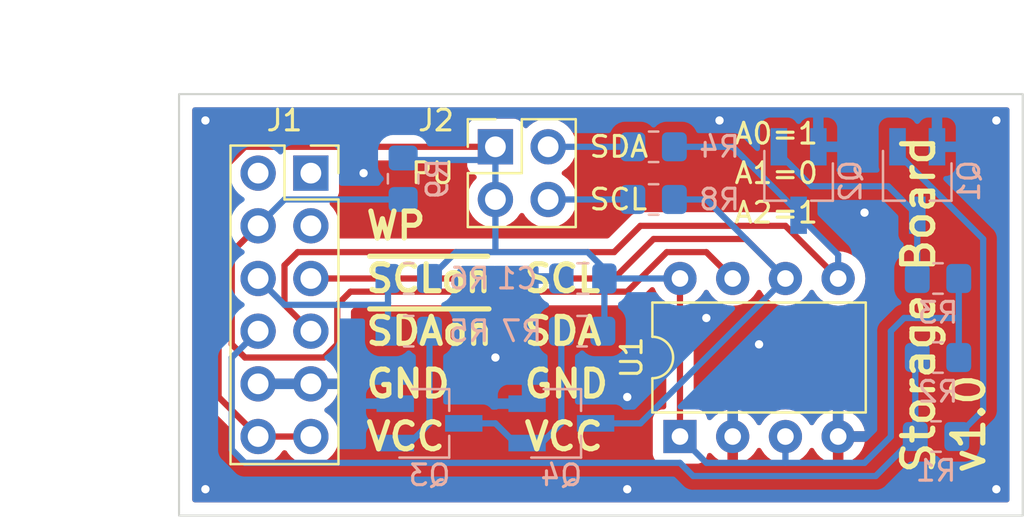
<source format=kicad_pcb>
(kicad_pcb (version 20211014) (generator pcbnew)
  (layers (0 "F.Cu" signal) (31 "B.Cu" signal) (34 "B.Paste" user) (35 "F.Paste" user) (36 "B.SilkS" user "B.Silkscreen") (37 "F.SilkS" user "F.Silkscreen") (38 "B.Mask" user) (39 "F.Mask" user) (44 "Edge.Cuts" user))
  (net 0 "")
  (net 1 "VCC")
  (net 2 "GND")
  (net 5 "/SCL")
  (net 6 "/SDA")
  (net 8 "/WP")
  (net 9 "/~{SCL_DRV}")
  (net 10 "/~{SDA_DRV}")
  (net 11 "/SDA_PU")
  (net 12 "/SCL_PU")
  (net 13 "Net-(Q1-Pad1)")
  (net 14 "Net-(Q1-Pad3)")
  (net 15 "Net-(Q3-Pad1)")
  (net 16 "Net-(Q3-Pad3)")
  (footprint "Connector_PinHeader_2.54mm:PinHeader_2x02_P2.54mm_Vertical" (layer "F.Cu") (at 100.33 69.85)
    (fp_text reference "J2" (at -1.905 -1.27) (layer "F.SilkS") (effects (justify right)))
    (fp_text value "Conn_02x02_Odd_Even")
    (fp_line (start -1.33 1.27) (end 1.27 1.27) (layer "F.SilkS") (width 0.12))
    (fp_line (start 3.87 -1.33) (end 3.87 3.87) (layer "F.SilkS") (width 0.12))
    (fp_line (start 1.27 1.27) (end 1.27 -1.33) (layer "F.SilkS") (width 0.12))
    (fp_line (start -1.33 0) (end -1.33 -1.33) (layer "F.SilkS") (width 0.12))
    (fp_line (start 1.27 -1.33) (end 3.87 -1.33) (layer "F.SilkS") (width 0.12))
    (fp_line (start -1.33 1.27) (end -1.33 3.87) (layer "F.SilkS") (width 0.12))
    (fp_line (start -1.33 -1.33) (end 0 -1.33) (layer "F.SilkS") (width 0.12))
    (fp_line (start -1.33 3.87) (end 3.87 3.87) (layer "F.SilkS") (width 0.12))
    (pad "1" thru_hole rect (at 0 0) (size 1.7 1.7) (drill 1) (layers *.Cu *.Mask) (net 1 "VCC"))
    (pad "2" thru_hole oval (at 2.54 0) (size 1.7 1.7) (drill 1) (layers *.Cu *.Mask) (net 11 "/SDA_PU"))
    (pad "3" thru_hole oval (at 0 2.54) (size 1.7 1.7) (drill 1) (layers *.Cu *.Mask) (net 1 "VCC"))
    (pad "4" thru_hole oval (at 2.54 2.54) (size 1.7 1.7) (drill 1) (layers *.Cu *.Mask) (net 12 "/SCL_PU"))
  )
  (footprint "Package_DIP:DIP-8_W7.62mm" (layer "F.Cu") (at 109.22 83.82 90)
    (fp_text reference "U1" (at 3.81 -2.33 90) (layer "F.SilkS"))
    (fp_text value "24FC512")
    (fp_line (start 2.81 -1.33) (end 1.16 -1.33) (layer "F.SilkS") (width 0.12))
    (fp_line (start 6.46 -1.33) (end 4.81 -1.33) (layer "F.SilkS") (width 0.12))
    (fp_line (start 1.16 8.95) (end 6.46 8.95) (layer "F.SilkS") (width 0.12))
    (fp_line (start 1.16 -1.33) (end 1.16 8.95) (layer "F.SilkS") (width 0.12))
    (fp_line (start 6.46 8.95) (end 6.46 -1.33) (layer "F.SilkS") (width 0.12))
    (fp_arc (start 4.81 -1.33) (mid 3.81 -0.33) (end 2.81 -1.33) (layer "F.SilkS") (width 0.12))
    (pad "1" thru_hole rect (at 0 0 90) (size 1.6 1.6) (drill 0.8) (layers *.Cu *.Mask) (net 1 "VCC"))
    (pad "2" thru_hole oval (at 0 2.54 90) (size 1.6 1.6) (drill 0.8) (layers *.Cu *.Mask) (net 2 "GND"))
    (pad "3" thru_hole oval (at 0 5.08 90) (size 1.6 1.6) (drill 0.8) (layers *.Cu *.Mask) (net 1 "VCC"))
    (pad "4" thru_hole oval (at 0 7.62 90) (size 1.6 1.6) (drill 0.8) (layers *.Cu *.Mask) (net 2 "GND"))
    (pad "5" thru_hole oval (at 7.62 7.62 90) (size 1.6 1.6) (drill 0.8) (layers *.Cu *.Mask) (net 6 "/SDA"))
    (pad "6" thru_hole oval (at 7.62 5.08 90) (size 1.6 1.6) (drill 0.8) (layers *.Cu *.Mask) (net 5 "/SCL"))
    (pad "7" thru_hole oval (at 7.62 2.54 90) (size 1.6 1.6) (drill 0.8) (layers *.Cu *.Mask) (net 8 "/WP"))
    (pad "8" thru_hole oval (at 7.62 0 90) (size 1.6 1.6) (drill 0.8) (layers *.Cu *.Mask) (net 1 "VCC"))
  )
  (footprint "ModifiedKiCadLibrary:PinSocket_2x06_P2.54mm_Vertical_Top_Bottom" (layer "F.Cu") (at 91.44 71.12)
    (fp_text reference "J1" (at -1.27 -2.54) (layer "F.SilkS"))
    (fp_text value "Conn_02x06_Top_Bottom")
    (fp_line (start -3.87 -1.33) (end -3.87 14.03) (layer "F.SilkS") (width 0.12))
    (fp_line (start -1.27 -1.33) (end -1.27 1.27) (layer "F.SilkS") (width 0.12))
    (fp_line (start 1.33 1.27) (end 1.33 14.03) (layer "F.SilkS") (width 0.12))
    (fp_line (start -3.87 14.03) (end 1.33 14.03) (layer "F.SilkS") (width 0.12))
    (fp_line (start 0 -1.33) (end 1.33 -1.33) (layer "F.SilkS") (width 0.12))
    (fp_line (start -3.87 -1.33) (end -1.27 -1.33) (layer "F.SilkS") (width 0.12))
    (fp_line (start -1.27 1.27) (end 1.33 1.27) (layer "F.SilkS") (width 0.12))
    (fp_line (start 1.33 -1.33) (end 1.33 0) (layer "F.SilkS") (width 0.12))
    (pad "1" thru_hole rect (at 0 0) (size 1.7 1.7) (drill 1) (layers *.Cu *.Mask))
    (pad "2" thru_hole oval (at 0 2.54) (size 1.7 1.7) (drill 1) (layers *.Cu *.Mask))
    (pad "3" thru_hole oval (at 0 5.08) (size 1.7 1.7) (drill 1) (layers *.Cu *.Mask) (net 5 "/SCL"))
    (pad "4" thru_hole oval (at 0 7.62) (size 1.7 1.7) (drill 1) (layers *.Cu *.Mask) (net 6 "/SDA"))
    (pad "5" thru_hole oval (at 0 10.16) (size 1.7 1.7) (drill 1) (layers *.Cu *.Mask) (net 2 "GND"))
    (pad "6" thru_hole oval (at 0 12.7) (size 1.7 1.7) (drill 1) (layers *.Cu *.Mask) (net 1 "VCC"))
    (pad "7" thru_hole oval (at -2.54 0) (size 1.7 1.7) (drill 1) (layers *.Cu *.Mask))
    (pad "8" thru_hole oval (at -2.54 2.54) (size 1.7 1.7) (drill 1) (layers *.Cu *.Mask) (net 8 "/WP"))
    (pad "9" thru_hole oval (at -2.54 5.08) (size 1.7 1.7) (drill 1) (layers *.Cu *.Mask) (net 9 "/~{SCL_DRV}"))
    (pad "10" thru_hole oval (at -2.54 7.62) (size 1.7 1.7) (drill 1) (layers *.Cu *.Mask) (net 10 "/~{SDA_DRV}"))
    (pad "11" thru_hole oval (at -2.54 10.16) (size 1.7 1.7) (drill 1) (layers *.Cu *.Mask) (net 2 "GND"))
    (pad "12" thru_hole oval (at -2.54 12.7) (size 1.7 1.7) (drill 1) (layers *.Cu *.Mask) (net 1 "VCC"))
  )
  (footprint "Resistor_SMD:R_0805_2012Metric_Pad1.20x1.40mm_HandSolder" (layer "B.Cu") (at 96.155 78.74)
    (fp_text reference "R5" (at 2.905 0) (layer "B.SilkS") (effects (justify mirror)))
    (fp_text value "10k")
    (fp_line (start -0.227064 0.735) (end 0.227064 0.735) (layer "B.SilkS") (width 0.12))
    (fp_line (start -0.227064 -0.735) (end 0.227064 -0.735) (layer "B.SilkS") (width 0.12))
    (pad "1" smd roundrect (at -1 0) (size 1.2 1.4) (layers "B.Cu" "B.Paste" "B.Mask") (roundrect_rratio 0.2083333333) (net 9 "/~{SCL_DRV}"))
    (pad "2" smd roundrect (at 1 0) (size 1.2 1.4) (layers "B.Cu" "B.Paste" "B.Mask") (roundrect_rratio 0.2083333333) (net 15 "Net-(Q3-Pad1)"))
  )
  (footprint "Package_TO_SOT_SMD:SC-59_Handsoldering" (layer "B.Cu") (at 97.155 83.185)
    (fp_text reference "Q3" (at 0 2.5) (layer "B.SilkS") (effects (justify mirror)))
    (fp_text value "2SC3325")
    (fp_line (start 0.95 1.65) (end 0.95 0.6) (layer "B.SilkS") (width 0.12))
    (fp_line (start -0.85 -1.65) (end 0.95 -1.65) (layer "B.SilkS") (width 0.12))
    (fp_line (start 0.95 -1.65) (end 0.95 -0.6) (layer "B.SilkS") (width 0.12))
    (fp_line (start -1.45 1.65) (end 0.95 1.65) (layer "B.SilkS") (width 0.12))
    (pad "1" smd rect (at -1.65 0.95) (size 1.8 0.8) (layers "B.Cu" "B.Paste" "B.Mask") (net 15 "Net-(Q3-Pad1)"))
    (pad "2" smd rect (at -1.65 -0.95) (size 1.8 0.8) (layers "B.Cu" "B.Paste" "B.Mask") (net 2 "GND"))
    (pad "3" smd rect (at 1.65 0) (size 1.8 0.8) (layers "B.Cu" "B.Paste" "B.Mask") (net 16 "Net-(Q3-Pad3)"))
  )
  (footprint "Resistor_SMD:R_0805_2012Metric_Pad1.20x1.40mm_HandSolder" (layer "B.Cu") (at 95.885 71.39 90)
    (fp_text reference "R9" (at 0 1.65 90) (layer "B.SilkS") (effects (justify mirror)))
    (fp_text value "10k")
    (fp_line (start -0.227064 -0.735) (end 0.227064 -0.735) (layer "B.SilkS") (width 0.12))
    (fp_line (start -0.227064 0.735) (end 0.227064 0.735) (layer "B.SilkS") (width 0.12))
    (pad "1" smd roundrect (at -1 0 90) (size 1.2 1.4) (layers "B.Cu" "B.Paste" "B.Mask") (roundrect_rratio 0.2083333333) (net 8 "/WP"))
    (pad "2" smd roundrect (at 1 0 90) (size 1.2 1.4) (layers "B.Cu" "B.Paste" "B.Mask") (roundrect_rratio 0.2083333333) (net 1 "VCC"))
  )
  (footprint "Resistor_SMD:R_0805_2012Metric_Pad1.20x1.40mm_HandSolder" (layer "B.Cu") (at 121.65 76.2)
    (fp_text reference "R3" (at 0 1.65) (layer "B.SilkS") (effects (justify mirror)))
    (fp_text value "10k")
    (fp_line (start -0.227064 0.735) (end 0.227064 0.735) (layer "B.SilkS") (width 0.12))
    (fp_line (start -0.227064 -0.735) (end 0.227064 -0.735) (layer "B.SilkS") (width 0.12))
    (pad "1" smd roundrect (at -1 0) (size 1.2 1.4) (layers "B.Cu" "B.Paste" "B.Mask") (roundrect_rratio 0.2083333333) (net 14 "Net-(Q1-Pad3)"))
    (pad "2" smd roundrect (at 1 0) (size 1.2 1.4) (layers "B.Cu" "B.Paste" "B.Mask") (roundrect_rratio 0.2083333333) (net 1 "VCC"))
  )
  (footprint "Resistor_SMD:R_0805_2012Metric_Pad1.20x1.40mm_HandSolder" (layer "B.Cu") (at 121.555 83.82)
    (fp_text reference "R1" (at 0 1.65) (layer "B.SilkS") (effects (justify mirror)))
    (fp_text value "10k")
    (fp_line (start -0.227064 0.735) (end 0.227064 0.735) (layer "B.SilkS") (width 0.12))
    (fp_line (start -0.227064 -0.735) (end 0.227064 -0.735) (layer "B.SilkS") (width 0.12))
    (pad "1" smd roundrect (at -1 0) (size 1.2 1.4) (layers "B.Cu" "B.Paste" "B.Mask") (roundrect_rratio 0.2083333333) (net 10 "/~{SDA_DRV}"))
    (pad "2" smd roundrect (at 1 0) (size 1.2 1.4) (layers "B.Cu" "B.Paste" "B.Mask") (roundrect_rratio 0.2083333333) (net 13 "Net-(Q1-Pad1)"))
  )
  (footprint "Package_TO_SOT_SMD:SC-59_Handsoldering" (layer "B.Cu") (at 120.65 71.5 -90)
    (fp_text reference "Q1" (at 0 -2.5 90) (layer "B.SilkS") (effects (justify mirror)))
    (fp_text value "2SC3325")
    (fp_line (start -0.85 -1.65) (end 0.95 -1.65) (layer "B.SilkS") (width 0.12))
    (fp_line (start 0.95 1.65) (end 0.95 0.6) (layer "B.SilkS") (width 0.12))
    (fp_line (start 0.95 -1.65) (end 0.95 -0.6) (layer "B.SilkS") (width 0.12))
    (fp_line (start -1.45 1.65) (end 0.95 1.65) (layer "B.SilkS") (width 0.12))
    (pad "1" smd rect (at -1.65 0.95 270) (size 1.8 0.8) (layers "B.Cu" "B.Paste" "B.Mask") (net 13 "Net-(Q1-Pad1)"))
    (pad "2" smd rect (at -1.65 -0.95 270) (size 1.8 0.8) (layers "B.Cu" "B.Paste" "B.Mask") (net 2 "GND"))
    (pad "3" smd rect (at 1.65 0 270) (size 1.8 0.8) (layers "B.Cu" "B.Paste" "B.Mask") (net 14 "Net-(Q1-Pad3)"))
  )
  (footprint "Resistor_SMD:R_0805_2012Metric_Pad1.20x1.40mm_HandSolder" (layer "B.Cu") (at 96.155 76.2)
    (fp_text reference "R6" (at 2.905 0) (layer "B.SilkS") (effects (justify mirror)))
    (fp_text value "10k")
    (fp_line (start -0.227064 0.735) (end 0.227064 0.735) (layer "B.SilkS") (width 0.12))
    (fp_line (start -0.227064 -0.735) (end 0.227064 -0.735) (layer "B.SilkS") (width 0.12))
    (pad "1" smd roundrect (at -1 0) (size 1.2 1.4) (layers "B.Cu" "B.Paste" "B.Mask") (roundrect_rratio 0.2083333333) (net 9 "/~{SCL_DRV}"))
    (pad "2" smd roundrect (at 1 0) (size 1.2 1.4) (layers "B.Cu" "B.Paste" "B.Mask") (roundrect_rratio 0.2083333333) (net 1 "VCC"))
  )
  (footprint "Resistor_SMD:R_0805_2012Metric_Pad1.20x1.40mm_HandSolder" (layer "B.Cu") (at 107.95 69.85 180)
    (fp_text reference "R4" (at -3.175 0) (layer "B.SilkS") (effects (justify mirror)))
    (fp_text value "10k")
    (fp_line (start -0.227064 -0.735) (end 0.227064 -0.735) (layer "B.SilkS") (width 0.12))
    (fp_line (start -0.227064 0.735) (end 0.227064 0.735) (layer "B.SilkS") (width 0.12))
    (pad "1" smd roundrect (at -1 0 180) (size 1.2 1.4) (layers "B.Cu" "B.Paste" "B.Mask") (roundrect_rratio 0.2083333333) (net 6 "/SDA"))
    (pad "2" smd roundrect (at 1 0 180) (size 1.2 1.4) (layers "B.Cu" "B.Paste" "B.Mask") (roundrect_rratio 0.2083333333) (net 11 "/SDA_PU"))
  )
  (footprint "Package_TO_SOT_SMD:SC-59_Handsoldering" (layer "B.Cu") (at 103.505 83.185)
    (fp_text reference "Q4" (at 0 2.5) (layer "B.SilkS") (effects (justify mirror)))
    (fp_text value "2SC3325")
    (fp_line (start -0.85 -1.65) (end 0.95 -1.65) (layer "B.SilkS") (width 0.12))
    (fp_line (start -1.45 1.65) (end 0.95 1.65) (layer "B.SilkS") (width 0.12))
    (fp_line (start 0.95 1.65) (end 0.95 0.6) (layer "B.SilkS") (width 0.12))
    (fp_line (start 0.95 -1.65) (end 0.95 -0.6) (layer "B.SilkS") (width 0.12))
    (pad "1" smd rect (at -1.65 0.95) (size 1.8 0.8) (layers "B.Cu" "B.Paste" "B.Mask") (net 16 "Net-(Q3-Pad3)"))
    (pad "2" smd rect (at -1.65 -0.95) (size 1.8 0.8) (layers "B.Cu" "B.Paste" "B.Mask") (net 2 "GND"))
    (pad "3" smd rect (at 1.65 0) (size 1.8 0.8) (layers "B.Cu" "B.Paste" "B.Mask") (net 5 "/SCL"))
  )
  (footprint "Resistor_SMD:R_0805_2012Metric_Pad1.20x1.40mm_HandSolder" (layer "B.Cu") (at 121.65 80.01)
    (fp_text reference "R2" (at 0 1.65) (layer "B.SilkS") (effects (justify mirror)))
    (fp_text value "10k")
    (fp_line (start -0.227064 -0.735) (end 0.227064 -0.735) (layer "B.SilkS") (width 0.12))
    (fp_line (start -0.227064 0.735) (end 0.227064 0.735) (layer "B.SilkS") (width 0.12))
    (pad "1" smd roundrect (at -1 0) (size 1.2 1.4) (layers "B.Cu" "B.Paste" "B.Mask") (roundrect_rratio 0.2083333333) (net 10 "/~{SDA_DRV}"))
    (pad "2" smd roundrect (at 1 0) (size 1.2 1.4) (layers "B.Cu" "B.Paste" "B.Mask") (roundrect_rratio 0.2083333333) (net 1 "VCC"))
  )
  (footprint "Package_TO_SOT_SMD:SC-59_Handsoldering" (layer "B.Cu") (at 114.935 71.5 -90)
    (fp_text reference "Q2" (at 0 -2.5 90) (layer "B.SilkS") (effects (justify mirror)))
    (fp_text value "2SC3325")
    (fp_line (start -0.85 -1.65) (end 0.95 -1.65) (layer "B.SilkS") (width 0.12))
    (fp_line (start 0.95 1.65) (end 0.95 0.6) (layer "B.SilkS") (width 0.12))
    (fp_line (start 0.95 -1.65) (end 0.95 -0.6) (layer "B.SilkS") (width 0.12))
    (fp_line (start -1.45 1.65) (end 0.95 1.65) (layer "B.SilkS") (width 0.12))
    (pad "1" smd rect (at -1.65 0.95 270) (size 1.8 0.8) (layers "B.Cu" "B.Paste" "B.Mask") (net 14 "Net-(Q1-Pad3)"))
    (pad "2" smd rect (at -1.65 -0.95 270) (size 1.8 0.8) (layers "B.Cu" "B.Paste" "B.Mask") (net 2 "GND"))
    (pad "3" smd rect (at 1.65 0 270) (size 1.8 0.8) (layers "B.Cu" "B.Paste" "B.Mask") (net 6 "/SDA"))
  )
  (footprint "Capacitor_SMD:C_0805_2012Metric_Pad1.18x1.45mm_HandSolder" (layer "B.Cu") (at 104.5425 76.2 180)
    (fp_text reference "C1" (at 3.175 0) (layer "B.SilkS") (effects (justify mirror)))
    (fp_text value "0.1u")
    (fp_line (start -0.261252 0.735) (end 0.261252 0.735) (layer "B.SilkS") (width 0.12))
    (fp_line (start -0.261252 -0.735) (end 0.261252 -0.735) (layer "B.SilkS") (width 0.12))
    (pad "1" smd roundrect (at -1.0375 0 180) (size 1.175 1.45) (layers "B.Cu" "B.Paste" "B.Mask") (roundrect_rratio 0.2127659574) (net 1 "VCC"))
    (pad "2" smd roundrect (at 1.0375 0 180) (size 1.175 1.45) (layers "B.Cu" "B.Paste" "B.Mask") (roundrect_rratio 0.2127659574) (net 2 "GND"))
  )
  (footprint "Resistor_SMD:R_0805_2012Metric_Pad1.20x1.40mm_HandSolder" (layer "B.Cu") (at 104.505 78.74)
    (fp_text reference "R7" (at -2.905 0) (layer "B.SilkS") (effects (justify mirror)))
    (fp_text value "10k")
    (fp_line (start -0.227064 -0.735) (end 0.227064 -0.735) (layer "B.SilkS") (width 0.12))
    (fp_line (start -0.227064 0.735) (end 0.227064 0.735) (layer "B.SilkS") (width 0.12))
    (pad "1" smd roundrect (at -1 0) (size 1.2 1.4) (layers "B.Cu" "B.Paste" "B.Mask") (roundrect_rratio 0.2083333333) (net 16 "Net-(Q3-Pad3)"))
    (pad "2" smd roundrect (at 1 0) (size 1.2 1.4) (layers "B.Cu" "B.Paste" "B.Mask") (roundrect_rratio 0.2083333333) (net 1 "VCC"))
  )
  (footprint "Resistor_SMD:R_0805_2012Metric_Pad1.20x1.40mm_HandSolder" (layer "B.Cu") (at 107.95 72.39 180)
    (fp_text reference "R8" (at -3.175 0) (layer "B.SilkS") (effects (justify mirror)))
    (fp_text value "10k")
    (fp_line (start -0.227064 -0.735) (end 0.227064 -0.735) (layer "B.SilkS") (width 0.12))
    (fp_line (start -0.227064 0.735) (end 0.227064 0.735) (layer "B.SilkS") (width 0.12))
    (pad "1" smd roundrect (at -1 0 180) (size 1.2 1.4) (layers "B.Cu" "B.Paste" "B.Mask") (roundrect_rratio 0.2083333333) (net 5 "/SCL"))
    (pad "2" smd roundrect (at 1 0 180) (size 1.2 1.4) (layers "B.Cu" "B.Paste" "B.Mask") (roundrect_rratio 0.2083333333) (net 12 "/SCL_PU"))
  )
  (gr_rect (start 85.09 67.31) (end 125.73 87.63) (layer "Edge.Cuts") (width 0.1) (fill none))
  (gr_text "A1=0" (at 111.76 71.12) (layer "F.SilkS") (effects (font (size 1 1)) (justify left)))
  (gr_text "~{SDAon}" (at 93.98 78.74) (layer "F.SilkS") (effects (font (size 1.3 1.3) (thickness 0.25)) (justify left)))
  (gr_text "SDA" (at 101.6 78.74) (layer "F.SilkS") (effects (font (size 1.3 1.3) (thickness 0.25)) (justify left)))
  (gr_text "SCL" (at 104.775 72.39) (layer "F.SilkS") (effects (font (size 1 1)) (justify left)))
  (gr_text "VCC" (at 101.6 83.82) (layer "F.SilkS") (effects (font (size 1.3 1.3) (thickness 0.25)) (justify left)))
  (gr_text "A2=1" (at 111.76 73.025) (layer "F.SilkS") (effects (font (size 1 1)) (justify left)))
  (gr_text "Storage Board\nv1.0" (at 121.92 85.725 90) (layer "F.SilkS") (effects (font (size 1.5 1.5) (thickness 0.25)) (justify left)))
  (gr_text "WP" (at 93.98 73.66) (layer "F.SilkS") (effects (font (size 1.3 1.3) (thickness 0.25)) (justify left)))
  (gr_text "PU" (at 98.425 71.12) (layer "F.SilkS") (effects (font (size 1 1)) (justify right)))
  (gr_text "~{SCLon}" (at 93.98 76.2) (layer "F.SilkS") (effects (font (size 1.3 1.3) (thickness 0.25)) (justify left)))
  (gr_text "SDA" (at 104.775 69.85) (layer "F.SilkS") (effects (font (size 1 1)) (justify left)))
  (gr_text "SCL" (at 101.6 76.2) (layer "F.SilkS") (effects (font (size 1.3 1.3) (thickness 0.25)) (justify left)))
  (gr_text "GND" (at 93.98 81.28) (layer "F.SilkS") (effects (font (size 1.3 1.3) (thickness 0.25)) (justify left)))
  (gr_text "GND" (at 101.6 81.28) (layer "F.SilkS") (effects (font (size 1.3 1.3) (thickness 0.25)) (justify left)))
  (gr_text "VCC" (at 93.98 83.82) (layer "F.SilkS") (effects (font (size 1.3 1.3) (thickness 0.25)) (justify left)))
  (gr_text "A0=1" (at 111.76 69.215) (layer "F.SilkS") (effects (font (size 1 1)) (justify left)))
  (segment (start 109.22 76.2) (end 109.22 83.82) (width 0.3) (layer "F.Cu") (net 1))
  (segment (start 88.265 69.85) (end 100.33 69.85) (width 0.3) (layer "F.Cu") (net 1))
  (segment (start 88.9 83.82) (end 86.995 81.915) (width 0.3) (layer "F.Cu") (net 1))
  (segment (start 88.9 83.82) (end 91.44 83.82) (width 0.3) (layer "F.Cu") (net 1))
  (segment (start 86.995 81.915) (end 86.995 71.12) (width 0.3) (layer "F.Cu") (net 1))
  (segment (start 86.995 71.12) (end 88.265 69.85) (width 0.3) (layer "F.Cu") (net 1))
  (segment (start 100.33 72.39) (end 100.33 74.93) (width 0.3) (layer "B.Cu") (net 1))
  (segment (start 109.22 76.2) (end 105.58 76.2) (width 0.3) (layer "B.Cu") (net 1))
  (segment (start 105.58 76.2) (end 105.58 75.735) (width 0.3) (layer "B.Cu") (net 1))
  (segment (start 110.49 85.09) (end 109.22 83.82) (width 0.3) (layer "B.Cu") (net 1))
  (segment (start 119.38 78.74) (end 119.38 83.82) (width 0.3) (layer "B.Cu") (net 1))
  (segment (start 122.65 78.2) (end 122.65 80.01) (width 0.3) (layer "B.Cu") (net 1))
  (segment (start 99.695 70.485) (end 95.98 70.485) (width 0.3) (layer "B.Cu") (net 1))
  (segment (start 114.3 85.09) (end 114.3 83.82) (width 0.3) (layer "B.Cu") (net 1))
  (segment (start 122.65 76.2) (end 122.65 78.2) (width 0.3) (layer "B.Cu") (net 1))
  (segment (start 122.65 78.2) (end 122.555 78.105) (width 0.3) (layer "B.Cu") (net 1))
  (segment (start 100.33 74.93) (end 98.425 74.93) (width 0.3) (layer "B.Cu") (net 1))
  (segment (start 100.33 69.85) (end 100.33 72.39) (width 0.3) (layer "B.Cu") (net 1))
  (segment (start 100.33 69.85) (end 99.695 70.485) (width 0.3) (layer "B.Cu") (net 1))
  (segment (start 118.11 85.09) (end 114.3 85.09) (width 0.3) (layer "B.Cu") (net 1))
  (segment (start 104.775 74.93) (end 100.33 74.93) (width 0.3) (layer "B.Cu") (net 1))
  (segment (start 105.58 76.2) (end 105.58 78.665) (width 0.3) (layer "B.Cu") (net 1))
  (segment (start 120.015 78.105) (end 119.38 78.74) (width 0.3) (layer "B.Cu") (net 1))
  (segment (start 95.98 70.485) (end 95.885 70.39) (width 0.3) (layer "B.Cu") (net 1))
  (segment (start 98.425 74.93) (end 97.155 76.2) (width 0.3) (layer "B.Cu") (net 1))
  (segment (start 105.58 75.735) (end 104.775 74.93) (width 0.3) (layer "B.Cu") (net 1))
  (segment (start 119.38 83.82) (end 118.11 85.09) (width 0.3) (layer "B.Cu") (net 1))
  (segment (start 105.58 78.665) (end 105.505 78.74) (width 0.3) (layer "B.Cu") (net 1))
  (segment (start 122.555 78.105) (end 120.015 78.105) (width 0.3) (layer "B.Cu") (net 1))
  (segment (start 114.3 85.09) (end 110.49 85.09) (width 0.3) (layer "B.Cu") (net 1))
  (via (at 124.46 68.58) (size 0.8) (drill 0.4) (layers "F.Cu" "B.Cu") (net 2))
  (via (at 106.68 86.36) (size 0.8) (drill 0.4) (layers "F.Cu" "B.Cu") (net 2))
  (via (at 118.11 73.025) (size 0.8) (drill 0.4) (layers "F.Cu" "B.Cu") (net 2))
  (via (at 86.36 86.36) (size 0.8) (drill 0.4) (layers "F.Cu" "B.Cu") (net 2))
  (via (at 106.68 81.915) (size 0.8) (drill 0.4) (layers "F.Cu" "B.Cu") (net 2))
  (via (at 100.33 80.01) (size 0.8) (drill 0.4) (layers "F.Cu" "B.Cu") (net 2))
  (via (at 124.46 86.36) (size 0.8) (drill 0.4) (layers "F.Cu" "B.Cu") (net 2))
  (via (at 111.125 68.58) (size 0.8) (drill 0.4) (layers "F.Cu" "B.Cu") (net 2))
  (via (at 86.36 68.58) (size 0.8) (drill 0.4) (layers "F.Cu" "B.Cu") (net 2))
  (via (at 93.98 71.12) (size 0.8) (drill 0.4) (layers "F.Cu" "B.Cu") (net 2))
  (via (at 110.49 78.105) (size 0.8) (drill 0.4) (layers "F.Cu" "B.Cu") (net 2))
  (via (at 113.03 79.375) (size 0.8) (drill 0.4) (layers "F.Cu" "B.Cu") (net 2))
  (segment (start 112.395 74.295) (end 107.95 74.295) (width 0.3) (layer "F.Cu") (net 5))
  (segment (start 114.3 76.2) (end 112.395 74.295) (width 0.3) (layer "F.Cu") (net 5))
  (segment (start 107.95 74.295) (end 106.045 76.2) (width 0.3) (layer "F.Cu") (net 5))
  (segment (start 106.045 76.2) (end 91.44 76.2) (width 0.3) (layer "F.Cu") (net 5))
  (segment (start 110.49 72.39) (end 114.3 76.2) (width 0.3) (layer "B.Cu") (net 5))
  (segment (start 108.95 72.39) (end 110.49 72.39) (width 0.3) (layer "B.Cu") (net 5))
  (segment (start 105.155 83.185) (end 107.315 83.185) (width 0.3) (layer "B.Cu") (net 5))
  (segment (start 107.315 83.185) (end 114.3 76.2) (width 0.3) (layer "B.Cu") (net 5))
  (segment (start 107.315 73.66) (end 114.3 73.66) (width 0.3) (layer "F.Cu") (net 6))
  (segment (start 90.17 77.47) (end 90.17 75.565) (width 0.3) (layer "F.Cu") (net 6))
  (segment (start 91.44 78.74) (end 90.17 77.47) (width 0.3) (layer "F.Cu") (net 6))
  (segment (start 106.045 74.93) (end 107.315 73.66) (width 0.3) (layer "F.Cu") (net 6))
  (segment (start 90.805 74.93) (end 106.045 74.93) (width 0.3) (layer "F.Cu") (net 6))
  (segment (start 114.3 73.66) (end 116.84 76.2) (width 0.3) (layer "F.Cu") (net 6))
  (segment (start 90.17 75.565) (end 90.805 74.93) (width 0.3) (layer "F.Cu") (net 6))
  (segment (start 111.76 69.85) (end 114.935 73.025) (width 0.3) (layer "B.Cu") (net 6))
  (segment (start 116.84 75.055) (end 114.935 73.15) (width 0.3) (layer "B.Cu") (net 6))
  (segment (start 114.935 73.025) (end 114.935 73.15) (width 0.3) (layer "B.Cu") (net 6))
  (segment (start 116.84 76.2) (end 116.84 75.055) (width 0.3) (layer "B.Cu") (net 6))
  (segment (start 108.95 69.85) (end 111.76 69.85) (width 0.3) (layer "B.Cu") (net 6))
  (segment (start 108.585 74.93) (end 110.49 74.93) (width 0.3) (layer "F.Cu") (net 8))
  (segment (start 106.68 76.835) (end 108.585 74.93) (width 0.3) (layer "F.Cu") (net 8))
  (segment (start 93.345 76.835) (end 92.71 77.47) (width 0.3) (layer "F.Cu") (net 8))
  (segment (start 88.265 80.01) (end 92.075 80.01) (width 0.3) (layer "F.Cu") (net 8))
  (segment (start 87.63 79.375) (end 88.265 80.01) (width 0.3) (layer "F.Cu") (net 8))
  (segment (start 92.71 79.375) (end 92.075 80.01) (width 0.3) (layer "F.Cu") (net 8))
  (segment (start 92.71 77.47) (end 92.71 79.375) (width 0.3) (layer "F.Cu") (net 8))
  (segment (start 87.63 74.93) (end 87.63 79.375) (width 0.3) (layer "F.Cu") (net 8))
  (segment (start 106.68 76.835) (end 93.345 76.835) (width 0.3) (layer "F.Cu") (net 8))
  (segment (start 88.9 73.66) (end 87.63 74.93) (width 0.3) (layer "F.Cu") (net 8))
  (segment (start 110.49 74.93) (end 111.76 76.2) (width 0.3) (layer "F.Cu") (net 8))
  (segment (start 90.17 72.39) (end 88.9 73.66) (width 0.3) (layer "B.Cu") (net 8))
  (segment (start 95.885 72.39) (end 90.17 72.39) (width 0.3) (layer "B.Cu") (net 8))
  (segment (start 95.06 77.47) (end 95.155 77.375) (width 0.3) (layer "B.Cu") (net 9))
  (segment (start 95.155 76.2) (end 95.155 77.375) (width 0.3) (layer "B.Cu") (net 9))
  (segment (start 90.17 77.47) (end 95.06 77.47) (width 0.3) (layer "B.Cu") (net 9))
  (segment (start 95.155 77.375) (end 95.155 78.74) (width 0.3) (layer "B.Cu") (net 9))
  (segment (start 88.9 76.2) (end 90.17 77.47) (width 0.3) (layer "B.Cu") (net 9))
  (segment (start 109.22 85.09) (end 109.855 85.725) (width 0.3) (layer "B.Cu") (net 10))
  (segment (start 120.555 83.82) (end 120.555 80.105) (width 0.3) (layer "B.Cu") (net 10))
  (segment (start 109.855 85.725) (end 118.65 85.725) (width 0.3) (layer "B.Cu") (net 10))
  (segment (start 118.65 85.725) (end 120.555 83.82) (width 0.3) (layer "B.Cu") (net 10))
  (segment (start 88.9 78.74) (end 87.63 80.01) (width 0.3) (layer "B.Cu") (net 10))
  (segment (start 87.63 84.455) (end 88.265 85.09) (width 0.3) (layer "B.Cu") (net 10))
  (segment (start 120.555 80.105) (end 120.65 80.01) (width 0.3) (layer "B.Cu") (net 10))
  (segment (start 88.265 85.09) (end 109.22 85.09) (width 0.3) (layer "B.Cu") (net 10))
  (segment (start 87.63 80.01) (end 87.63 84.455) (width 0.3) (layer "B.Cu") (net 10))
  (segment (start 102.87 69.85) (end 106.95 69.85) (width 0.3) (layer "B.Cu") (net 11))
  (segment (start 102.87 72.39) (end 106.95 72.39) (width 0.3) (layer "B.Cu") (net 12))
  (segment (start 123.825 74.295) (end 119.7 70.17) (width 0.3) (layer "B.Cu") (net 13))
  (segment (start 119.7 70.17) (end 119.7 69.85) (width 0.3) (layer "B.Cu") (net 13))
  (segment (start 123.825 82.55) (end 123.825 74.295) (width 0.3) (layer "B.Cu") (net 13))
  (segment (start 122.555 83.82) (end 123.825 82.55) (width 0.3) (layer "B.Cu") (net 13))
  (segment (start 119.255 71.755) (end 120.65 73.15) (width 0.3) (layer "B.Cu") (net 14))
  (segment (start 113.985 70.17) (end 115.57 71.755) (width 0.3) (layer "B.Cu") (net 14))
  (segment (start 120.65 76.2) (end 120.65 73.15) (width 0.3) (layer "B.Cu") (net 14))
  (segment (start 113.985 69.85) (end 113.985 70.17) (width 0.3) (layer "B.Cu") (net 14))
  (segment (start 115.57 71.755) (end 119.255 71.755) (width 0.3) (layer "B.Cu") (net 14))
  (segment (start 95.505 84.135) (end 96.205 84.135) (width 0.3) (layer "B.Cu") (net 15))
  (segment (start 97.155 83.185) (end 97.155 78.74) (width 0.3) (layer "B.Cu") (net 15))
  (segment (start 96.205 84.135) (end 97.155 83.185) (width 0.3) (layer "B.Cu") (net 15))
  (segment (start 100.33 83.185) (end 101.28 84.135) (width 0.3) (layer "B.Cu") (net 16))
  (segment (start 101.28 84.135) (end 101.855 84.135) (width 0.3) (layer "B.Cu") (net 16))
  (segment (start 103.505 83.185) (end 102.555 84.135) (width 0.3) (layer "B.Cu") (net 16))
  (segment (start 98.805 83.185) (end 100.33 83.185) (width 0.3) (layer "B.Cu") (net 16))
  (segment (start 102.555 84.135) (end 101.855 84.135) (width 0.3) (layer "B.Cu") (net 16))
  (segment (start 103.505 78.74) (end 103.505 83.185) (width 0.3) (layer "B.Cu") (net 16))
  (zone (net 2) (net_name "GND") (layers F&B.Cu) (connect_pads (clearance 0.508)) (min_thickness 0.254) (fill yes (thermal_gap 0.508) (thermal_bridge_width 0.508))
    (polygon (pts (xy 125.095 86.995) (xy 85.725 86.995) (xy 85.725 67.945) (xy 125.095 67.945)))
  )
)
</source>
